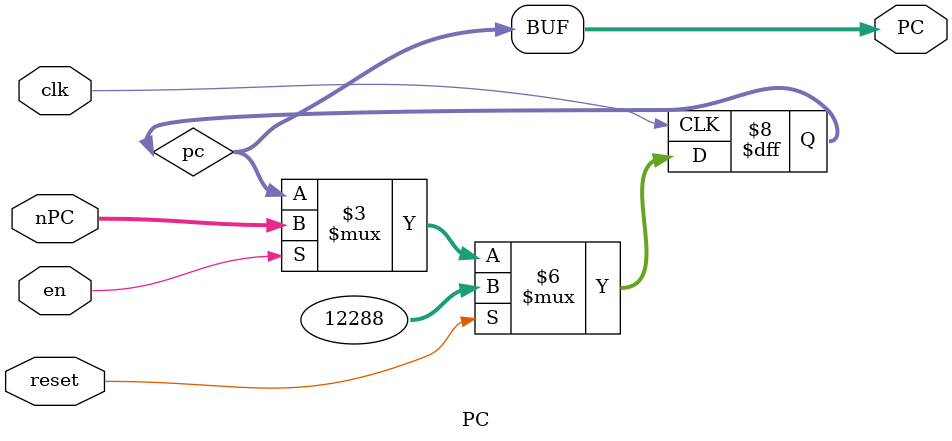
<source format=v>
`timescale 1ns / 1ps
`define PC_DEFAULT 32'h0000_3000

module PC(
    input [31:0] nPC,
    input en,
	input reset,
    input clk,
    output [31:0] PC
    );
	
	reg [31:0] pc=`PC_DEFAULT;
	always@(posedge clk)begin
		if(reset)pc<=`PC_DEFAULT;
		else if(en)pc<=nPC;
	end
	assign PC=pc;

endmodule

</source>
